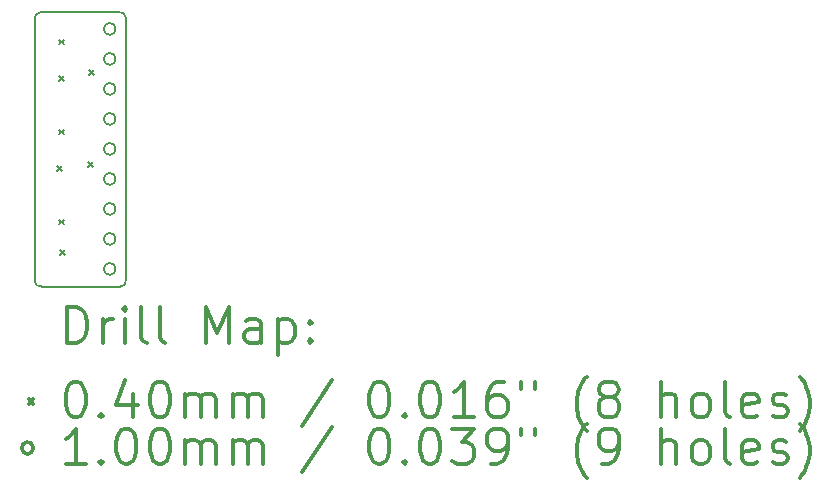
<source format=gbr>
%FSLAX45Y45*%
G04 Gerber Fmt 4.5, Leading zero omitted, Abs format (unit mm)*
G04 Created by KiCad (PCBNEW (5.0.1)-3) date 03/09/2019 13:29:26*
%MOMM*%
%LPD*%
G01*
G04 APERTURE LIST*
%ADD10C,0.150000*%
%ADD11C,0.200000*%
%ADD12C,0.300000*%
G04 APERTURE END LIST*
D10*
X14084300Y-7721600D02*
X14744700Y-7721600D01*
D11*
X14097000Y-10045700D02*
X14757400Y-10045700D01*
X14033500Y-9994900D02*
X14033500Y-7785100D01*
D10*
X14035017Y-7784721D02*
G75*
G02X14084300Y-7721600I49283J12321D01*
G01*
X14096621Y-10044183D02*
G75*
G02X14033500Y-9994900I-12321J49283D01*
G01*
X14808200Y-9982200D02*
G75*
G02X14758917Y-10045321I-49283J-12321D01*
G01*
X14745079Y-7721600D02*
G75*
G02X14808200Y-7770883I12321J-49283D01*
G01*
D11*
X14808200Y-7772400D02*
X14808200Y-9982200D01*
D11*
X14222080Y-9023530D02*
X14262080Y-9063530D01*
X14262080Y-9023530D02*
X14222080Y-9063530D01*
X14242100Y-7955440D02*
X14282100Y-7995440D01*
X14282100Y-7955440D02*
X14242100Y-7995440D01*
X14242100Y-8260720D02*
X14282100Y-8300720D01*
X14282100Y-8260720D02*
X14242100Y-8300720D01*
X14242700Y-8717360D02*
X14282700Y-8757360D01*
X14282700Y-8717360D02*
X14242700Y-8757360D01*
X14243300Y-9479060D02*
X14283300Y-9519060D01*
X14283300Y-9479060D02*
X14243300Y-9519060D01*
X14247080Y-9733920D02*
X14287080Y-9773920D01*
X14287080Y-9733920D02*
X14247080Y-9773920D01*
X14486800Y-8992440D02*
X14526800Y-9032440D01*
X14526800Y-8992440D02*
X14486800Y-9032440D01*
X14494600Y-8209620D02*
X14534600Y-8249620D01*
X14534600Y-8209620D02*
X14494600Y-8249620D01*
X14720038Y-7863660D02*
G75*
G03X14720038Y-7863660I-50038J0D01*
G01*
X14720038Y-8117660D02*
G75*
G03X14720038Y-8117660I-50038J0D01*
G01*
X14720038Y-8371660D02*
G75*
G03X14720038Y-8371660I-50038J0D01*
G01*
X14720038Y-8625660D02*
G75*
G03X14720038Y-8625660I-50038J0D01*
G01*
X14720038Y-8879660D02*
G75*
G03X14720038Y-8879660I-50038J0D01*
G01*
X14720038Y-9133660D02*
G75*
G03X14720038Y-9133660I-50038J0D01*
G01*
X14720038Y-9387660D02*
G75*
G03X14720038Y-9387660I-50038J0D01*
G01*
X14720038Y-9641660D02*
G75*
G03X14720038Y-9641660I-50038J0D01*
G01*
X14720038Y-9895660D02*
G75*
G03X14720038Y-9895660I-50038J0D01*
G01*
D12*
X14309928Y-10521414D02*
X14309928Y-10221414D01*
X14381357Y-10221414D01*
X14424214Y-10235700D01*
X14452786Y-10264272D01*
X14467071Y-10292843D01*
X14481357Y-10349986D01*
X14481357Y-10392843D01*
X14467071Y-10449986D01*
X14452786Y-10478557D01*
X14424214Y-10507129D01*
X14381357Y-10521414D01*
X14309928Y-10521414D01*
X14609928Y-10521414D02*
X14609928Y-10321414D01*
X14609928Y-10378557D02*
X14624214Y-10349986D01*
X14638500Y-10335700D01*
X14667071Y-10321414D01*
X14695643Y-10321414D01*
X14795643Y-10521414D02*
X14795643Y-10321414D01*
X14795643Y-10221414D02*
X14781357Y-10235700D01*
X14795643Y-10249986D01*
X14809928Y-10235700D01*
X14795643Y-10221414D01*
X14795643Y-10249986D01*
X14981357Y-10521414D02*
X14952786Y-10507129D01*
X14938500Y-10478557D01*
X14938500Y-10221414D01*
X15138500Y-10521414D02*
X15109928Y-10507129D01*
X15095643Y-10478557D01*
X15095643Y-10221414D01*
X15481357Y-10521414D02*
X15481357Y-10221414D01*
X15581357Y-10435700D01*
X15681357Y-10221414D01*
X15681357Y-10521414D01*
X15952786Y-10521414D02*
X15952786Y-10364272D01*
X15938500Y-10335700D01*
X15909928Y-10321414D01*
X15852786Y-10321414D01*
X15824214Y-10335700D01*
X15952786Y-10507129D02*
X15924214Y-10521414D01*
X15852786Y-10521414D01*
X15824214Y-10507129D01*
X15809928Y-10478557D01*
X15809928Y-10449986D01*
X15824214Y-10421414D01*
X15852786Y-10407129D01*
X15924214Y-10407129D01*
X15952786Y-10392843D01*
X16095643Y-10321414D02*
X16095643Y-10621414D01*
X16095643Y-10335700D02*
X16124214Y-10321414D01*
X16181357Y-10321414D01*
X16209928Y-10335700D01*
X16224214Y-10349986D01*
X16238500Y-10378557D01*
X16238500Y-10464272D01*
X16224214Y-10492843D01*
X16209928Y-10507129D01*
X16181357Y-10521414D01*
X16124214Y-10521414D01*
X16095643Y-10507129D01*
X16367071Y-10492843D02*
X16381357Y-10507129D01*
X16367071Y-10521414D01*
X16352786Y-10507129D01*
X16367071Y-10492843D01*
X16367071Y-10521414D01*
X16367071Y-10335700D02*
X16381357Y-10349986D01*
X16367071Y-10364272D01*
X16352786Y-10349986D01*
X16367071Y-10335700D01*
X16367071Y-10364272D01*
X13983500Y-10995700D02*
X14023500Y-11035700D01*
X14023500Y-10995700D02*
X13983500Y-11035700D01*
X14367071Y-10851414D02*
X14395643Y-10851414D01*
X14424214Y-10865700D01*
X14438500Y-10879986D01*
X14452786Y-10908557D01*
X14467071Y-10965700D01*
X14467071Y-11037129D01*
X14452786Y-11094272D01*
X14438500Y-11122843D01*
X14424214Y-11137129D01*
X14395643Y-11151414D01*
X14367071Y-11151414D01*
X14338500Y-11137129D01*
X14324214Y-11122843D01*
X14309928Y-11094272D01*
X14295643Y-11037129D01*
X14295643Y-10965700D01*
X14309928Y-10908557D01*
X14324214Y-10879986D01*
X14338500Y-10865700D01*
X14367071Y-10851414D01*
X14595643Y-11122843D02*
X14609928Y-11137129D01*
X14595643Y-11151414D01*
X14581357Y-11137129D01*
X14595643Y-11122843D01*
X14595643Y-11151414D01*
X14867071Y-10951414D02*
X14867071Y-11151414D01*
X14795643Y-10837129D02*
X14724214Y-11051414D01*
X14909928Y-11051414D01*
X15081357Y-10851414D02*
X15109928Y-10851414D01*
X15138500Y-10865700D01*
X15152786Y-10879986D01*
X15167071Y-10908557D01*
X15181357Y-10965700D01*
X15181357Y-11037129D01*
X15167071Y-11094272D01*
X15152786Y-11122843D01*
X15138500Y-11137129D01*
X15109928Y-11151414D01*
X15081357Y-11151414D01*
X15052786Y-11137129D01*
X15038500Y-11122843D01*
X15024214Y-11094272D01*
X15009928Y-11037129D01*
X15009928Y-10965700D01*
X15024214Y-10908557D01*
X15038500Y-10879986D01*
X15052786Y-10865700D01*
X15081357Y-10851414D01*
X15309928Y-11151414D02*
X15309928Y-10951414D01*
X15309928Y-10979986D02*
X15324214Y-10965700D01*
X15352786Y-10951414D01*
X15395643Y-10951414D01*
X15424214Y-10965700D01*
X15438500Y-10994272D01*
X15438500Y-11151414D01*
X15438500Y-10994272D02*
X15452786Y-10965700D01*
X15481357Y-10951414D01*
X15524214Y-10951414D01*
X15552786Y-10965700D01*
X15567071Y-10994272D01*
X15567071Y-11151414D01*
X15709928Y-11151414D02*
X15709928Y-10951414D01*
X15709928Y-10979986D02*
X15724214Y-10965700D01*
X15752786Y-10951414D01*
X15795643Y-10951414D01*
X15824214Y-10965700D01*
X15838500Y-10994272D01*
X15838500Y-11151414D01*
X15838500Y-10994272D02*
X15852786Y-10965700D01*
X15881357Y-10951414D01*
X15924214Y-10951414D01*
X15952786Y-10965700D01*
X15967071Y-10994272D01*
X15967071Y-11151414D01*
X16552786Y-10837129D02*
X16295643Y-11222843D01*
X16938500Y-10851414D02*
X16967071Y-10851414D01*
X16995643Y-10865700D01*
X17009928Y-10879986D01*
X17024214Y-10908557D01*
X17038500Y-10965700D01*
X17038500Y-11037129D01*
X17024214Y-11094272D01*
X17009928Y-11122843D01*
X16995643Y-11137129D01*
X16967071Y-11151414D01*
X16938500Y-11151414D01*
X16909928Y-11137129D01*
X16895643Y-11122843D01*
X16881357Y-11094272D01*
X16867071Y-11037129D01*
X16867071Y-10965700D01*
X16881357Y-10908557D01*
X16895643Y-10879986D01*
X16909928Y-10865700D01*
X16938500Y-10851414D01*
X17167071Y-11122843D02*
X17181357Y-11137129D01*
X17167071Y-11151414D01*
X17152786Y-11137129D01*
X17167071Y-11122843D01*
X17167071Y-11151414D01*
X17367071Y-10851414D02*
X17395643Y-10851414D01*
X17424214Y-10865700D01*
X17438500Y-10879986D01*
X17452786Y-10908557D01*
X17467071Y-10965700D01*
X17467071Y-11037129D01*
X17452786Y-11094272D01*
X17438500Y-11122843D01*
X17424214Y-11137129D01*
X17395643Y-11151414D01*
X17367071Y-11151414D01*
X17338500Y-11137129D01*
X17324214Y-11122843D01*
X17309928Y-11094272D01*
X17295643Y-11037129D01*
X17295643Y-10965700D01*
X17309928Y-10908557D01*
X17324214Y-10879986D01*
X17338500Y-10865700D01*
X17367071Y-10851414D01*
X17752786Y-11151414D02*
X17581357Y-11151414D01*
X17667071Y-11151414D02*
X17667071Y-10851414D01*
X17638500Y-10894272D01*
X17609928Y-10922843D01*
X17581357Y-10937129D01*
X18009928Y-10851414D02*
X17952786Y-10851414D01*
X17924214Y-10865700D01*
X17909928Y-10879986D01*
X17881357Y-10922843D01*
X17867071Y-10979986D01*
X17867071Y-11094272D01*
X17881357Y-11122843D01*
X17895643Y-11137129D01*
X17924214Y-11151414D01*
X17981357Y-11151414D01*
X18009928Y-11137129D01*
X18024214Y-11122843D01*
X18038500Y-11094272D01*
X18038500Y-11022843D01*
X18024214Y-10994272D01*
X18009928Y-10979986D01*
X17981357Y-10965700D01*
X17924214Y-10965700D01*
X17895643Y-10979986D01*
X17881357Y-10994272D01*
X17867071Y-11022843D01*
X18152786Y-10851414D02*
X18152786Y-10908557D01*
X18267071Y-10851414D02*
X18267071Y-10908557D01*
X18709928Y-11265700D02*
X18695643Y-11251414D01*
X18667071Y-11208557D01*
X18652786Y-11179986D01*
X18638500Y-11137129D01*
X18624214Y-11065700D01*
X18624214Y-11008557D01*
X18638500Y-10937129D01*
X18652786Y-10894272D01*
X18667071Y-10865700D01*
X18695643Y-10822843D01*
X18709928Y-10808557D01*
X18867071Y-10979986D02*
X18838500Y-10965700D01*
X18824214Y-10951414D01*
X18809928Y-10922843D01*
X18809928Y-10908557D01*
X18824214Y-10879986D01*
X18838500Y-10865700D01*
X18867071Y-10851414D01*
X18924214Y-10851414D01*
X18952786Y-10865700D01*
X18967071Y-10879986D01*
X18981357Y-10908557D01*
X18981357Y-10922843D01*
X18967071Y-10951414D01*
X18952786Y-10965700D01*
X18924214Y-10979986D01*
X18867071Y-10979986D01*
X18838500Y-10994272D01*
X18824214Y-11008557D01*
X18809928Y-11037129D01*
X18809928Y-11094272D01*
X18824214Y-11122843D01*
X18838500Y-11137129D01*
X18867071Y-11151414D01*
X18924214Y-11151414D01*
X18952786Y-11137129D01*
X18967071Y-11122843D01*
X18981357Y-11094272D01*
X18981357Y-11037129D01*
X18967071Y-11008557D01*
X18952786Y-10994272D01*
X18924214Y-10979986D01*
X19338500Y-11151414D02*
X19338500Y-10851414D01*
X19467071Y-11151414D02*
X19467071Y-10994272D01*
X19452786Y-10965700D01*
X19424214Y-10951414D01*
X19381357Y-10951414D01*
X19352786Y-10965700D01*
X19338500Y-10979986D01*
X19652786Y-11151414D02*
X19624214Y-11137129D01*
X19609928Y-11122843D01*
X19595643Y-11094272D01*
X19595643Y-11008557D01*
X19609928Y-10979986D01*
X19624214Y-10965700D01*
X19652786Y-10951414D01*
X19695643Y-10951414D01*
X19724214Y-10965700D01*
X19738500Y-10979986D01*
X19752786Y-11008557D01*
X19752786Y-11094272D01*
X19738500Y-11122843D01*
X19724214Y-11137129D01*
X19695643Y-11151414D01*
X19652786Y-11151414D01*
X19924214Y-11151414D02*
X19895643Y-11137129D01*
X19881357Y-11108557D01*
X19881357Y-10851414D01*
X20152786Y-11137129D02*
X20124214Y-11151414D01*
X20067071Y-11151414D01*
X20038500Y-11137129D01*
X20024214Y-11108557D01*
X20024214Y-10994272D01*
X20038500Y-10965700D01*
X20067071Y-10951414D01*
X20124214Y-10951414D01*
X20152786Y-10965700D01*
X20167071Y-10994272D01*
X20167071Y-11022843D01*
X20024214Y-11051414D01*
X20281357Y-11137129D02*
X20309928Y-11151414D01*
X20367071Y-11151414D01*
X20395643Y-11137129D01*
X20409928Y-11108557D01*
X20409928Y-11094272D01*
X20395643Y-11065700D01*
X20367071Y-11051414D01*
X20324214Y-11051414D01*
X20295643Y-11037129D01*
X20281357Y-11008557D01*
X20281357Y-10994272D01*
X20295643Y-10965700D01*
X20324214Y-10951414D01*
X20367071Y-10951414D01*
X20395643Y-10965700D01*
X20509928Y-11265700D02*
X20524214Y-11251414D01*
X20552786Y-11208557D01*
X20567071Y-11179986D01*
X20581357Y-11137129D01*
X20595643Y-11065700D01*
X20595643Y-11008557D01*
X20581357Y-10937129D01*
X20567071Y-10894272D01*
X20552786Y-10865700D01*
X20524214Y-10822843D01*
X20509928Y-10808557D01*
X14023500Y-11411700D02*
G75*
G03X14023500Y-11411700I-50038J0D01*
G01*
X14467071Y-11547414D02*
X14295643Y-11547414D01*
X14381357Y-11547414D02*
X14381357Y-11247414D01*
X14352786Y-11290271D01*
X14324214Y-11318843D01*
X14295643Y-11333129D01*
X14595643Y-11518843D02*
X14609928Y-11533129D01*
X14595643Y-11547414D01*
X14581357Y-11533129D01*
X14595643Y-11518843D01*
X14595643Y-11547414D01*
X14795643Y-11247414D02*
X14824214Y-11247414D01*
X14852786Y-11261700D01*
X14867071Y-11275986D01*
X14881357Y-11304557D01*
X14895643Y-11361700D01*
X14895643Y-11433129D01*
X14881357Y-11490271D01*
X14867071Y-11518843D01*
X14852786Y-11533129D01*
X14824214Y-11547414D01*
X14795643Y-11547414D01*
X14767071Y-11533129D01*
X14752786Y-11518843D01*
X14738500Y-11490271D01*
X14724214Y-11433129D01*
X14724214Y-11361700D01*
X14738500Y-11304557D01*
X14752786Y-11275986D01*
X14767071Y-11261700D01*
X14795643Y-11247414D01*
X15081357Y-11247414D02*
X15109928Y-11247414D01*
X15138500Y-11261700D01*
X15152786Y-11275986D01*
X15167071Y-11304557D01*
X15181357Y-11361700D01*
X15181357Y-11433129D01*
X15167071Y-11490271D01*
X15152786Y-11518843D01*
X15138500Y-11533129D01*
X15109928Y-11547414D01*
X15081357Y-11547414D01*
X15052786Y-11533129D01*
X15038500Y-11518843D01*
X15024214Y-11490271D01*
X15009928Y-11433129D01*
X15009928Y-11361700D01*
X15024214Y-11304557D01*
X15038500Y-11275986D01*
X15052786Y-11261700D01*
X15081357Y-11247414D01*
X15309928Y-11547414D02*
X15309928Y-11347414D01*
X15309928Y-11375986D02*
X15324214Y-11361700D01*
X15352786Y-11347414D01*
X15395643Y-11347414D01*
X15424214Y-11361700D01*
X15438500Y-11390271D01*
X15438500Y-11547414D01*
X15438500Y-11390271D02*
X15452786Y-11361700D01*
X15481357Y-11347414D01*
X15524214Y-11347414D01*
X15552786Y-11361700D01*
X15567071Y-11390271D01*
X15567071Y-11547414D01*
X15709928Y-11547414D02*
X15709928Y-11347414D01*
X15709928Y-11375986D02*
X15724214Y-11361700D01*
X15752786Y-11347414D01*
X15795643Y-11347414D01*
X15824214Y-11361700D01*
X15838500Y-11390271D01*
X15838500Y-11547414D01*
X15838500Y-11390271D02*
X15852786Y-11361700D01*
X15881357Y-11347414D01*
X15924214Y-11347414D01*
X15952786Y-11361700D01*
X15967071Y-11390271D01*
X15967071Y-11547414D01*
X16552786Y-11233129D02*
X16295643Y-11618843D01*
X16938500Y-11247414D02*
X16967071Y-11247414D01*
X16995643Y-11261700D01*
X17009928Y-11275986D01*
X17024214Y-11304557D01*
X17038500Y-11361700D01*
X17038500Y-11433129D01*
X17024214Y-11490271D01*
X17009928Y-11518843D01*
X16995643Y-11533129D01*
X16967071Y-11547414D01*
X16938500Y-11547414D01*
X16909928Y-11533129D01*
X16895643Y-11518843D01*
X16881357Y-11490271D01*
X16867071Y-11433129D01*
X16867071Y-11361700D01*
X16881357Y-11304557D01*
X16895643Y-11275986D01*
X16909928Y-11261700D01*
X16938500Y-11247414D01*
X17167071Y-11518843D02*
X17181357Y-11533129D01*
X17167071Y-11547414D01*
X17152786Y-11533129D01*
X17167071Y-11518843D01*
X17167071Y-11547414D01*
X17367071Y-11247414D02*
X17395643Y-11247414D01*
X17424214Y-11261700D01*
X17438500Y-11275986D01*
X17452786Y-11304557D01*
X17467071Y-11361700D01*
X17467071Y-11433129D01*
X17452786Y-11490271D01*
X17438500Y-11518843D01*
X17424214Y-11533129D01*
X17395643Y-11547414D01*
X17367071Y-11547414D01*
X17338500Y-11533129D01*
X17324214Y-11518843D01*
X17309928Y-11490271D01*
X17295643Y-11433129D01*
X17295643Y-11361700D01*
X17309928Y-11304557D01*
X17324214Y-11275986D01*
X17338500Y-11261700D01*
X17367071Y-11247414D01*
X17567071Y-11247414D02*
X17752786Y-11247414D01*
X17652786Y-11361700D01*
X17695643Y-11361700D01*
X17724214Y-11375986D01*
X17738500Y-11390271D01*
X17752786Y-11418843D01*
X17752786Y-11490271D01*
X17738500Y-11518843D01*
X17724214Y-11533129D01*
X17695643Y-11547414D01*
X17609928Y-11547414D01*
X17581357Y-11533129D01*
X17567071Y-11518843D01*
X17895643Y-11547414D02*
X17952786Y-11547414D01*
X17981357Y-11533129D01*
X17995643Y-11518843D01*
X18024214Y-11475986D01*
X18038500Y-11418843D01*
X18038500Y-11304557D01*
X18024214Y-11275986D01*
X18009928Y-11261700D01*
X17981357Y-11247414D01*
X17924214Y-11247414D01*
X17895643Y-11261700D01*
X17881357Y-11275986D01*
X17867071Y-11304557D01*
X17867071Y-11375986D01*
X17881357Y-11404557D01*
X17895643Y-11418843D01*
X17924214Y-11433129D01*
X17981357Y-11433129D01*
X18009928Y-11418843D01*
X18024214Y-11404557D01*
X18038500Y-11375986D01*
X18152786Y-11247414D02*
X18152786Y-11304557D01*
X18267071Y-11247414D02*
X18267071Y-11304557D01*
X18709928Y-11661700D02*
X18695643Y-11647414D01*
X18667071Y-11604557D01*
X18652786Y-11575986D01*
X18638500Y-11533129D01*
X18624214Y-11461700D01*
X18624214Y-11404557D01*
X18638500Y-11333129D01*
X18652786Y-11290271D01*
X18667071Y-11261700D01*
X18695643Y-11218843D01*
X18709928Y-11204557D01*
X18838500Y-11547414D02*
X18895643Y-11547414D01*
X18924214Y-11533129D01*
X18938500Y-11518843D01*
X18967071Y-11475986D01*
X18981357Y-11418843D01*
X18981357Y-11304557D01*
X18967071Y-11275986D01*
X18952786Y-11261700D01*
X18924214Y-11247414D01*
X18867071Y-11247414D01*
X18838500Y-11261700D01*
X18824214Y-11275986D01*
X18809928Y-11304557D01*
X18809928Y-11375986D01*
X18824214Y-11404557D01*
X18838500Y-11418843D01*
X18867071Y-11433129D01*
X18924214Y-11433129D01*
X18952786Y-11418843D01*
X18967071Y-11404557D01*
X18981357Y-11375986D01*
X19338500Y-11547414D02*
X19338500Y-11247414D01*
X19467071Y-11547414D02*
X19467071Y-11390271D01*
X19452786Y-11361700D01*
X19424214Y-11347414D01*
X19381357Y-11347414D01*
X19352786Y-11361700D01*
X19338500Y-11375986D01*
X19652786Y-11547414D02*
X19624214Y-11533129D01*
X19609928Y-11518843D01*
X19595643Y-11490271D01*
X19595643Y-11404557D01*
X19609928Y-11375986D01*
X19624214Y-11361700D01*
X19652786Y-11347414D01*
X19695643Y-11347414D01*
X19724214Y-11361700D01*
X19738500Y-11375986D01*
X19752786Y-11404557D01*
X19752786Y-11490271D01*
X19738500Y-11518843D01*
X19724214Y-11533129D01*
X19695643Y-11547414D01*
X19652786Y-11547414D01*
X19924214Y-11547414D02*
X19895643Y-11533129D01*
X19881357Y-11504557D01*
X19881357Y-11247414D01*
X20152786Y-11533129D02*
X20124214Y-11547414D01*
X20067071Y-11547414D01*
X20038500Y-11533129D01*
X20024214Y-11504557D01*
X20024214Y-11390271D01*
X20038500Y-11361700D01*
X20067071Y-11347414D01*
X20124214Y-11347414D01*
X20152786Y-11361700D01*
X20167071Y-11390271D01*
X20167071Y-11418843D01*
X20024214Y-11447414D01*
X20281357Y-11533129D02*
X20309928Y-11547414D01*
X20367071Y-11547414D01*
X20395643Y-11533129D01*
X20409928Y-11504557D01*
X20409928Y-11490271D01*
X20395643Y-11461700D01*
X20367071Y-11447414D01*
X20324214Y-11447414D01*
X20295643Y-11433129D01*
X20281357Y-11404557D01*
X20281357Y-11390271D01*
X20295643Y-11361700D01*
X20324214Y-11347414D01*
X20367071Y-11347414D01*
X20395643Y-11361700D01*
X20509928Y-11661700D02*
X20524214Y-11647414D01*
X20552786Y-11604557D01*
X20567071Y-11575986D01*
X20581357Y-11533129D01*
X20595643Y-11461700D01*
X20595643Y-11404557D01*
X20581357Y-11333129D01*
X20567071Y-11290271D01*
X20552786Y-11261700D01*
X20524214Y-11218843D01*
X20509928Y-11204557D01*
M02*

</source>
